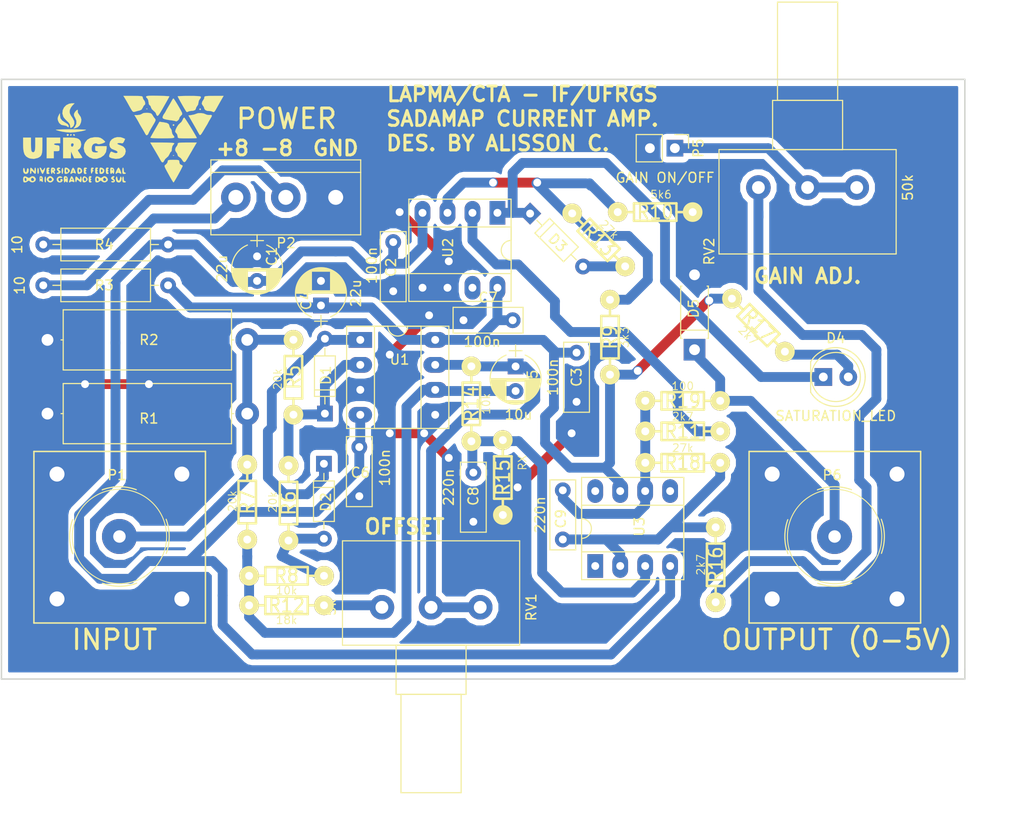
<source format=kicad_pcb>
(kicad_pcb (version 4) (host pcbnew 4.0.7-e2-6376~58~ubuntu14.04.1)
  (title_block (title "SADAMAP Current Sensor") (date 2018-02-26) (rev 1) (company "CTA/LAPMA - IF/UFRGS") (comment 1 "All resistors are 1/4W, except R1 and R2.") (comment 2 "There's a saturation indicator for output higher than 5V") (comment 3 "The gain adjust must be set for a range in 0 to 5V output voltage") (comment 4 "Designed by Alisson Claudino"))
  (layers (0 F.Cu signal) (31 B.Cu signal) (34 B.Paste user) (35 F.Paste user) (36 B.SilkS user) (37 F.SilkS user) (38 B.Mask user) (39 F.Mask user) (44 Edge.Cuts user))
  (net 0 "")
  (net 1 GND)
  (net 2 -8V)
  (net 3 +8V)
  (net 4 I_RECTF)
  (net 5 "Net-(C5-Pad2)")
  (net 6 "Net-(C8-Pad1)")
  (net 7 I_RECTF_AMP)
  (net 8 "Net-(C9-Pad2)")
  (net 9 "Net-(D1-Pad1)")
  (net 10 "Net-(D1-Pad2)")
  (net 11 "Net-(D2-Pad2)")
  (net 12 "Net-(D3-Pad1)")
  (net 13 "Net-(D3-Pad2)")
  (net 14 "Net-(D4-Pad2)")
  (net 15 "Net-(D5-Pad1)")
  (net 16 V1_I)
  (net 17 "Net-(P2-Pad2)")
  (net 18 "Net-(P2-Pad3)")
  (net 19 "Net-(P5-Pad1)")
  (net 20 "Net-(R10-Pad1)")
  (net 21 "Net-(R11-Pad1)")
  (net 22 "Net-(R12-Pad1)")
  (net 23 "Net-(R16-Pad2)")
  (module Resistors_THT:R_Axial_DIN0309_L9.0mm_D3.2mm_P12.70mm_Horizontal (layer F.Cu) (at 83.95 60.3 180)
    (fp_text reference R4 (at 6.5 0 180) (layer F.SilkS))
    (fp_text value 10 (at 15.35 0 270) (layer F.SilkS))
    (pad 1 thru_hole circle (at 0 0 180) (size 1.6 1.6) (drill 0.8) (layers *.Mask B.Cu) (net 2 -8V))
    (pad 2 thru_hole oval (at 12.7 0 180) (size 1.6 1.6) (drill 0.8) (layers *.Mask B.Cu) (net 17 "Net-(P2-Pad2)"))
  )
  (module Capacitors_THT:CP_Radial_D5.0mm_P2.50mm (layer F.Cu) (at 93 61.5 270)
    (fp_text reference C1 (at 0 -1.5 270) (layer F.SilkS))
    (fp_text value 22u (at 1.25 3.56 270) (layer F.SilkS))
    (pad 1 thru_hole rect (at 0 0 270) (size 1.6 1.6) (drill 0.8) (layers *.Mask B.Cu) (net 1 GND))
    (pad 2 thru_hole circle (at 2.5 0 270) (size 1.6 1.6) (drill 0.8) (layers *.Mask B.Cu) (net 2 -8V))
  )
  (module Capacitors_THT:C_Rect_L7.0mm_W2.5mm_P5.00mm (layer F.Cu) (at 106.85 65.05 90)
    (fp_text reference C2 (at 2.425 -0.225 90) (layer F.SilkS))
    (fp_text value 100n (at 2.625 -2.175 90) (layer F.SilkS))
    (pad 1 thru_hole circle (at 0 0 90) (size 1.6 1.6) (drill 0.8) (layers *.Mask B.Cu) (net 1 GND))
    (pad 2 thru_hole circle (at 5 0 90) (size 1.6 1.6) (drill 0.8) (layers *.Mask B.Cu) (net 2 -8V))
  )
  (module Capacitors_THT:C_Rect_L7.0mm_W2.5mm_P5.00mm (layer F.Cu) (at 125.5 76.3 90)
    (fp_text reference C3 (at 2.5 0 90) (layer F.SilkS))
    (fp_text value 100n (at 2.5 -2.4 90) (layer F.SilkS))
    (pad 1 thru_hole circle (at 0 0 90) (size 1.6 1.6) (drill 0.8) (layers *.Mask B.Cu) (net 1 GND))
    (pad 2 thru_hole circle (at 5 0 90) (size 1.6 1.6) (drill 0.8) (layers *.Mask B.Cu) (net 3 +8V))
  )
  (module Capacitors_THT:CP_Radial_D5.0mm_P2.50mm (layer F.Cu) (at 99.5 66.5 90)
    (fp_text reference C4 (at 0.5 -1.5 90) (layer F.SilkS))
    (fp_text value 22u (at 1.25 3.56 90) (layer F.SilkS))
    (pad 1 thru_hole rect (at 0 0 90) (size 1.6 1.6) (drill 0.8) (layers *.Mask B.Cu) (net 3 +8V))
    (pad 2 thru_hole circle (at 2.5 0 90) (size 1.6 1.6) (drill 0.8) (layers *.Mask B.Cu) (net 1 GND))
  )
  (module Capacitors_THT:CP_Radial_D5.0mm_P2.50mm (layer F.Cu) (at 119.3 72.7 270)
    (fp_text reference C5 (at 1.3 -1.725 270) (layer F.SilkS))
    (fp_text value 10u (at 4.9 -0.3 360) (layer F.SilkS))
    (pad 1 thru_hole rect (at 0 0 270) (size 1.6 1.6) (drill 0.8) (layers *.Mask B.Cu) (net 4 I_RECTF))
    (pad 2 thru_hole circle (at 2.5 0 270) (size 1.6 1.6) (drill 0.8) (layers *.Mask B.Cu) (net 5 "Net-(C5-Pad2)"))
  )
  (module Capacitors_THT:C_Rect_L7.0mm_W2.5mm_P5.00mm (layer F.Cu) (at 103.4 85.9 90)
    (fp_text reference C6 (at 2.4 0.1 180) (layer F.SilkS))
    (fp_text value 100n (at 2.9 2.6 90) (layer F.SilkS))
    (pad 1 thru_hole circle (at 0 0 90) (size 1.6 1.6) (drill 0.8) (layers *.Mask B.Cu) (net 1 GND))
    (pad 2 thru_hole circle (at 5 0 90) (size 1.6 1.6) (drill 0.8) (layers *.Mask B.Cu) (net 2 -8V))
  )
  (module Capacitors_THT:C_Rect_L7.0mm_W2.5mm_P5.00mm (layer F.Cu) (at 114 68)
    (fp_text reference C7 (at 2.5 -2.31) (layer F.SilkS))
    (fp_text value 100n (at 1.9 2.2) (layer F.SilkS))
    (pad 1 thru_hole circle (at 0 0) (size 1.6 1.6) (drill 0.8) (layers *.Mask B.Cu) (net 1 GND))
    (pad 2 thru_hole circle (at 5 0) (size 1.6 1.6) (drill 0.8) (layers *.Mask B.Cu) (net 3 +8V))
  )
  (module Capacitors_THT:C_Rect_L7.0mm_W2.5mm_P5.00mm (layer F.Cu) (at 115 83.5 270)
    (fp_text reference C8 (at 2.4 0 270) (layer F.SilkS))
    (fp_text value 220n (at 1.5 2.5 270) (layer F.SilkS))
    (pad 1 thru_hole circle (at 0 0 270) (size 1.6 1.6) (drill 0.8) (layers *.Mask B.Cu) (net 6 "Net-(C8-Pad1)"))
    (pad 2 thru_hole circle (at 5 0 270) (size 1.6 1.6) (drill 0.8) (layers *.Mask B.Cu) (net 1 GND))
  )
  (module Capacitors_THT:C_Rect_L7.0mm_W2.5mm_P5.00mm (layer F.Cu) (at 124.1 85.3 270)
    (fp_text reference C9 (at 2.9 0.2 270) (layer F.SilkS))
    (fp_text value 220n (at 2.5 2.31 270) (layer F.SilkS))
    (pad 1 thru_hole circle (at 0 0 270) (size 1.6 1.6) (drill 0.8) (layers *.Mask B.Cu) (net 7 I_RECTF_AMP))
    (pad 2 thru_hole circle (at 5 0 270) (size 1.6 1.6) (drill 0.8) (layers *.Mask B.Cu) (net 8 "Net-(C9-Pad2)"))
  )
  (module Diodes_THT:D_DO-35_SOD27_P7.62mm_Horizontal (layer F.Cu) (at 99.9 77.5 90)
    (fp_text reference D1 (at 3.9 0.1 90) (layer F.SilkS))
    (fp_text value 1n4148)
    (pad 1 thru_hole rect (at 0 0 90) (size 1.6 1.6) (drill 0.8) (layers *.Mask B.Cu) (net 9 "Net-(D1-Pad1)"))
    (pad 2 thru_hole oval (at 7.62 0 90) (size 1.6 1.6) (drill 0.8) (layers *.Mask B.Cu) (net 10 "Net-(D1-Pad2)"))
  )
  (module Diodes_THT:D_DO-35_SOD27_P7.62mm_Horizontal (layer F.Cu) (at 99.8 82.6 270)
    (fp_text reference D2 (at 3.9 -0.2 270) (layer F.SilkS))
    (fp_text value 1n4148)
    (pad 1 thru_hole rect (at 0 0 270) (size 1.6 1.6) (drill 0.8) (layers *.Mask B.Cu) (net 10 "Net-(D1-Pad2)"))
    (pad 2 thru_hole oval (at 7.62 0 270) (size 1.6 1.6) (drill 0.8) (layers *.Mask B.Cu) (net 11 "Net-(D2-Pad2)"))
  )
  (module Diodes_THT:D_DO-35_SOD27_P7.62mm_Horizontal (layer F.Cu) (at 120.775 57.15 315)
    (fp_text reference D3 (at 4.083542 0.123744 315) (layer F.SilkS))
    (fp_text value 1n4148)
    (pad 1 thru_hole rect (at 0 0 315) (size 1.6 1.6) (drill 0.8) (layers *.Mask B.Cu) (net 12 "Net-(D3-Pad1)"))
    (pad 2 thru_hole oval (at 7.62 0 315) (size 1.6 1.6) (drill 0.8) (layers *.Mask B.Cu) (net 13 "Net-(D3-Pad2)"))
  )
  (module LEDs:LED_D5.0mm (layer F.Cu) (at 150.6 73.775)
    (fp_text reference D4 (at 1.27 -3.96) (layer F.SilkS))
    (fp_text value SATURATION_LED (at 1.27 3.96 180) (layer F.SilkS))
    (pad 1 thru_hole rect (at 0 0) (size 1.8 1.8) (drill 0.9) (layers *.Mask B.Cu) (net 12 "Net-(D3-Pad1)"))
    (pad 2 thru_hole circle (at 2.54 0) (size 1.8 1.8) (drill 0.9) (layers *.Mask B.Cu) (net 14 "Net-(D4-Pad2)"))
  )
  (module Diodes_THT:D_DO-41_SOD81_P7.62mm_Horizontal (layer F.Cu) (at 137.5 71 90)
    (fp_text reference D5 (at 4.189608 -0.088388 90) (layer F.SilkS))
    (fp_text value 5V1)
    (pad 1 thru_hole rect (at 0 0 90) (size 2.2 2.2) (drill 1.1) (layers *.Mask B.Cu) (net 15 "Net-(D5-Pad1)"))
    (pad 2 thru_hole oval (at 7.62 0 90) (size 2.2 2.2) (drill 1.1) (layers *.Mask B.Cu) (net 1 GND))
  )
  (module Connectors:bnc-ci (layer F.Cu) (at 79 90)
    (fp_text reference P1 (at -0.25 -6.25) (layer F.SilkS))
    (fp_text value INPUT (at -0.5 10.5) (layer F.SilkS) (effects (font (size 2 2) (thickness 0.3))))
    (pad 2 thru_hole circle (at -6.35 -6.35) (size 3.81 3.81) (drill 1.524) (layers *.Mask B.Cu) (net 1 GND))
    (pad 1 thru_hole circle (at 0 0) (size 3.556 3.556) (drill 1.27) (layers *.Mask B.Cu) (net 16 V1_I))
    (pad 2 thru_hole circle (at 6.35 -6.35) (size 3.81 3.81) (drill 1.524) (layers *.Mask B.Cu) (net 1 GND))
    (pad 2 thru_hole circle (at -6.35 6.35) (size 3.81 3.81) (drill 1.524) (layers *.Mask B.Cu) (net 1 GND))
    (pad 2 thru_hole circle (at 6.35 6.35) (size 3.81 3.81) (drill 1.524) (layers *.Mask B.Cu) (net 1 GND))
  )
  (module Connectors:bornier3 (layer F.Cu) (at 101 55.5 180)
    (fp_text reference P2 (at 5.05 -4.65 180) (layer F.SilkS))
    (fp_text value POWER (at 5 8 180) (layer F.SilkS) (effects (font (size 2 2) (thickness 0.3))))
    (pad 1 thru_hole rect (at 0 0 180) (size 3 3) (drill 1.52) (layers *.Mask B.Cu) (net 1 GND))
    (pad 2 thru_hole circle (at 5.08 0 180) (size 3 3) (drill 1.52) (layers *.Mask B.Cu) (net 17 "Net-(P2-Pad2)"))
    (pad 3 thru_hole circle (at 10.16 0 180) (size 3 3) (drill 1.52) (layers *.Mask B.Cu) (net 18 "Net-(P2-Pad3)"))
  )
  (module Connectors:bnc-ci (layer F.Cu) (at 151.75 90)
    (fp_text reference P6 (at -0.25 -6.25) (layer F.SilkS))
    (fp_text value "OUTPUT (0-5V)" (at 0.25 10.5) (layer F.SilkS) (effects (font (size 2 2) (thickness 0.3))))
    (pad 2 thru_hole circle (at -6.35 -6.35) (size 3.81 3.81) (drill 1.524) (layers *.Mask B.Cu) (net 1 GND))
    (pad 1 thru_hole circle (at 0 0) (size 3.556 3.556) (drill 1.27) (layers *.Mask B.Cu) (net 15 "Net-(D5-Pad1)"))
    (pad 2 thru_hole circle (at 6.35 -6.35) (size 3.81 3.81) (drill 1.524) (layers *.Mask B.Cu) (net 1 GND))
    (pad 2 thru_hole circle (at -6.35 6.35) (size 3.81 3.81) (drill 1.524) (layers *.Mask B.Cu) (net 1 GND))
    (pad 2 thru_hole circle (at 6.35 6.35) (size 3.81 3.81) (drill 1.524) (layers *.Mask B.Cu) (net 1 GND))
  )
  (module Resistors_THT:R_Axial_DIN0617_L17.0mm_D6.0mm_P20.32mm_Horizontal (layer F.Cu) (at 92 77.5 180)
    (fp_text reference R1 (at 10 -0.5 180) (layer F.SilkS))
    (fp_text value 2R2)
    (pad 1 thru_hole circle (at 0 0 180) (size 2.4 2.4) (drill 1.2) (layers *.Mask B.Cu) (net 16 V1_I))
    (pad 2 thru_hole oval (at 20.32 0 180) (size 2.4 2.4) (drill 1.2) (layers *.Mask B.Cu) (net 1 GND))
  )
  (module Resistors_THT:R_Axial_DIN0617_L17.0mm_D6.0mm_P20.32mm_Horizontal (layer F.Cu) (at 92 70 180)
    (fp_text reference R2 (at 10 0 180) (layer F.SilkS))
    (fp_text value 2R2)
    (pad 1 thru_hole circle (at 0 0 180) (size 2.4 2.4) (drill 1.2) (layers *.Mask B.Cu) (net 16 V1_I))
    (pad 2 thru_hole oval (at 20.32 0 180) (size 2.4 2.4) (drill 1.2) (layers *.Mask B.Cu) (net 1 GND))
  )
  (module Resistors_THT:R_Axial_DIN0309_L9.0mm_D3.2mm_P12.70mm_Horizontal (layer F.Cu) (at 83.95 64.45 180)
    (fp_text reference R3 (at 6.5 0 180) (layer F.SilkS))
    (fp_text value 10 (at 15.1 0 270) (layer F.SilkS))
    (pad 1 thru_hole circle (at 0 0 180) (size 1.6 1.6) (drill 0.8) (layers *.Mask B.Cu) (net 3 +8V))
    (pad 2 thru_hole oval (at 12.7 0 180) (size 1.6 1.6) (drill 0.8) (layers *.Mask B.Cu) (net 18 "Net-(P2-Pad3)"))
  )
  (module w_pth_resistors:RC03 (layer F.Cu) (at 96.7 73.8 90)
    (fp_text reference R5 (at 0 0 90) (layer F.SilkS) (effects (font (size 1.397 1.27) (thickness 0.2032))))
    (fp_text value 20k (at -0.2 -1.6 90) (layer F.SilkS) (effects (font (size 0.8 0.8) (thickness 0.1))))
    (pad 1 thru_hole circle (at -3.81 0 90) (size 1.99898 1.99898) (drill 0.8001) (layers *.Mask B.Cu F.SilkS) (net 9 "Net-(D1-Pad1)"))
    (pad 2 thru_hole circle (at 3.81 0 90) (size 1.99898 1.99898) (drill 0.8001) (layers *.Mask B.Cu F.SilkS) (net 16 V1_I))
  )
  (module w_pth_resistors:RC03 (layer F.Cu) (at 96.2 86.6 90)
    (fp_text reference R6 (at 0 0 90) (layer F.SilkS) (effects (font (size 1.397 1.27) (thickness 0.2032))))
    (fp_text value 20k (at 0.1 -1.6 90) (layer F.SilkS) (effects (font (size 0.8 0.8) (thickness 0.1))))
    (pad 1 thru_hole circle (at -3.81 0 90) (size 1.99898 1.99898) (drill 0.8001) (layers *.Mask B.Cu F.SilkS) (net 11 "Net-(D2-Pad2)"))
    (pad 2 thru_hole circle (at 3.81 0 90) (size 1.99898 1.99898) (drill 0.8001) (layers *.Mask B.Cu F.SilkS) (net 9 "Net-(D1-Pad1)"))
  )
  (module w_pth_resistors:RC03 (layer F.Cu) (at 92 86.5 90)
    (fp_text reference R7 (at 0 0 90) (layer F.SilkS) (effects (font (size 1.397 1.27) (thickness 0.2032))))
    (fp_text value 20k (at 0.1 -1.5 90) (layer F.SilkS) (effects (font (size 0.8 0.8) (thickness 0.1))))
    (pad 1 thru_hole circle (at -3.81 0 90) (size 1.99898 1.99898) (drill 0.8001) (layers *.Mask B.Cu F.SilkS) (net 5 "Net-(C5-Pad2)"))
    (pad 2 thru_hole circle (at 3.81 0 90) (size 1.99898 1.99898) (drill 0.8001) (layers *.Mask B.Cu F.SilkS) (net 16 V1_I))
  )
  (module w_pth_resistors:RC03 (layer F.Cu) (at 96 94)
    (fp_text reference R8 (at 0 0) (layer F.SilkS) (effects (font (size 1.397 1.27) (thickness 0.2032))))
    (fp_text value 10k (at 0 1.5) (layer F.SilkS) (effects (font (size 0.8 0.8) (thickness 0.1))))
    (pad 1 thru_hole circle (at -3.81 0) (size 1.99898 1.99898) (drill 0.8001) (layers *.Mask B.Cu F.SilkS) (net 5 "Net-(C5-Pad2)"))
    (pad 2 thru_hole circle (at 3.81 0) (size 1.99898 1.99898) (drill 0.8001) (layers *.Mask B.Cu F.SilkS) (net 11 "Net-(D2-Pad2)"))
  )
  (module w_pth_resistors:RC03 (layer F.Cu) (at 128.9 69.725 90)
    (fp_text reference R9 (at 0 0 90) (layer F.SilkS) (effects (font (size 1.397 1.27) (thickness 0.2032))))
    (fp_text value 3k3 (at 0 1.5 90) (layer F.SilkS) (effects (font (size 0.8 0.8) (thickness 0.1))))
    (pad 1 thru_hole circle (at -3.81 0 90) (size 1.99898 1.99898) (drill 0.8001) (layers *.Mask B.Cu F.SilkS) (net 3 +8V))
    (pad 2 thru_hole circle (at 3.81 0 90) (size 1.99898 1.99898) (drill 0.8001) (layers *.Mask B.Cu F.SilkS) (net 20 "Net-(R10-Pad1)"))
  )
  (module w_pth_resistors:RC03 (layer F.Cu) (at 133.5 57)
    (fp_text reference R10 (at 0 0) (layer F.SilkS) (effects (font (size 1.397 1.27) (thickness 0.2032))))
    (fp_text value 5k6 (at 0.583363 -1.785445) (layer F.SilkS) (effects (font (size 0.8 0.8) (thickness 0.1))))
    (pad 1 thru_hole circle (at -3.81 0) (size 1.99898 1.99898) (drill 0.8001) (layers *.Mask B.Cu F.SilkS) (net 20 "Net-(R10-Pad1)"))
    (pad 2 thru_hole circle (at 3.81 0) (size 1.99898 1.99898) (drill 0.8001) (layers *.Mask B.Cu F.SilkS) (net 1 GND))
  )
  (module w_pth_resistors:RC03 (layer F.Cu) (at 136.3 79.3 180)
    (fp_text reference R11 (at 0 0 180) (layer F.SilkS) (effects (font (size 1.397 1.27) (thickness 0.2032))))
    (fp_text value 2k7 (at 0 1.5 180) (layer F.SilkS) (effects (font (size 0.8 0.8) (thickness 0.1))))
    (pad 1 thru_hole circle (at -3.81 0 180) (size 1.99898 1.99898) (drill 0.8001) (layers *.Mask B.Cu F.SilkS) (net 21 "Net-(R11-Pad1)"))
    (pad 2 thru_hole circle (at 3.81 0 180) (size 1.99898 1.99898) (drill 0.8001) (layers *.Mask B.Cu F.SilkS) (net 7 I_RECTF_AMP))
  )
  (module w_pth_resistors:RC03 (layer F.Cu) (at 96 97 180)
    (fp_text reference R12 (at 0 0 180) (layer F.SilkS) (effects (font (size 1.397 1.27) (thickness 0.2032))))
    (fp_text value 18k (at 0 -1.5 180) (layer F.SilkS) (effects (font (size 0.8 0.8) (thickness 0.1))))
    (pad 1 thru_hole circle (at -3.81 0 180) (size 1.99898 1.99898) (drill 0.8001) (layers *.Mask B.Cu F.SilkS) (net 22 "Net-(R12-Pad1)"))
    (pad 2 thru_hole circle (at 3.81 0 180) (size 1.99898 1.99898) (drill 0.8001) (layers *.Mask B.Cu F.SilkS) (net 5 "Net-(C5-Pad2)"))
  )
  (module w_pth_resistors:RC03 (layer F.Cu) (at 127.75 59.825 135)
    (fp_text reference R13 (at 0 0 135) (layer F.SilkS) (effects (font (size 1.397 1.27) (thickness 0.2032))))
    (fp_text value 27k (at 0 1.5 135) (layer F.SilkS) (effects (font (size 0.8 0.8) (thickness 0.1))))
    (pad 1 thru_hole circle (at -3.81 0 135) (size 1.99898 1.99898) (drill 0.8001) (layers *.Mask B.Cu F.SilkS) (net 13 "Net-(D3-Pad2)"))
    (pad 2 thru_hole circle (at 3.81 0 135) (size 1.99898 1.99898) (drill 0.8001) (layers *.Mask B.Cu F.SilkS) (net 20 "Net-(R10-Pad1)"))
  )
  (module w_pth_resistors:RC03 (layer F.Cu) (at 114.8 76.5 90)
    (fp_text reference R14 (at 0 0 90) (layer F.SilkS) (effects (font (size 1.397 1.27) (thickness 0.2032))))
    (fp_text value 10k (at 0 1.5 90) (layer F.SilkS) (effects (font (size 0.8 0.8) (thickness 0.1))))
    (pad 1 thru_hole circle (at -3.81 0 90) (size 1.99898 1.99898) (drill 0.8001) (layers *.Mask B.Cu F.SilkS) (net 6 "Net-(C8-Pad1)"))
    (pad 2 thru_hole circle (at 3.81 0 90) (size 1.99898 1.99898) (drill 0.8001) (layers *.Mask B.Cu F.SilkS) (net 4 I_RECTF))
  )
  (module w_pth_resistors:RC03 (layer F.Cu) (at 118 84 270)
    (fp_text reference R15 (at 0 0 270) (layer F.SilkS) (effects (font (size 1.397 1.27) (thickness 0.2032))))
    (fp_text value RX (at -1.5 -2 270) (layer F.SilkS) (effects (font (size 0.8 0.8) (thickness 0.1))))
    (pad 1 thru_hole circle (at -3.81 0 270) (size 1.99898 1.99898) (drill 0.8001) (layers *.Mask B.Cu F.SilkS) (net 6 "Net-(C8-Pad1)"))
    (pad 2 thru_hole circle (at 3.81 0 270) (size 1.99898 1.99898) (drill 0.8001) (layers *.Mask B.Cu F.SilkS) (net 1 GND))
  )
  (module w_pth_resistors:RC03 (layer F.Cu) (at 139.65 92.875 270)
    (fp_text reference R16 (at 0 0 270) (layer F.SilkS) (effects (font (size 1.397 1.27) (thickness 0.2032))))
    (fp_text value 2k7 (at 0 1.5 270) (layer F.SilkS) (effects (font (size 0.8 0.8) (thickness 0.1))))
    (pad 1 thru_hole circle (at -3.81 0 270) (size 1.99898 1.99898) (drill 0.8001) (layers *.Mask B.Cu F.SilkS) (net 8 "Net-(C9-Pad2)"))
    (pad 2 thru_hole circle (at 3.81 0 270) (size 1.99898 1.99898) (drill 0.8001) (layers *.Mask B.Cu F.SilkS) (net 23 "Net-(R16-Pad2)"))
  )
  (module w_pth_resistors:RC03 (layer F.Cu) (at 144 68.5 315)
    (fp_text reference R17 (at 0 0 315) (layer F.SilkS) (effects (font (size 1.397 1.27) (thickness 0.2032))))
    (fp_text value 2k7 (at 0 1.5 315) (layer F.SilkS) (effects (font (size 0.8 0.8) (thickness 0.1))))
    (pad 1 thru_hole circle (at -3.81 0 315) (size 1.99898 1.99898) (drill 0.8001) (layers *.Mask B.Cu F.SilkS) (net 3 +8V))
    (pad 2 thru_hole circle (at 3.81 0 315) (size 1.99898 1.99898) (drill 0.8001) (layers *.Mask B.Cu F.SilkS) (net 14 "Net-(D4-Pad2)"))
  )
  (module w_pth_resistors:RC03 (layer F.Cu) (at 136.3 82.5)
    (fp_text reference R18 (at 0 0) (layer F.SilkS) (effects (font (size 1.397 1.27) (thickness 0.2032))))
    (fp_text value 27k (at 0 -1.5) (layer F.SilkS) (effects (font (size 0.8 0.8) (thickness 0.1))))
    (pad 1 thru_hole circle (at -3.81 0) (size 1.99898 1.99898) (drill 0.8001) (layers *.Mask B.Cu F.SilkS) (net 7 I_RECTF_AMP))
    (pad 2 thru_hole circle (at 3.81 0) (size 1.99898 1.99898) (drill 0.8001) (layers *.Mask B.Cu F.SilkS) (net 8 "Net-(C9-Pad2)"))
  )
  (module w_pth_resistors:RC03 (layer F.Cu) (at 136.3 76.2 180)
    (fp_text reference R19 (at 0 0 180) (layer F.SilkS) (effects (font (size 1.397 1.27) (thickness 0.2032))))
    (fp_text value 100 (at 0 1.5 180) (layer F.SilkS) (effects (font (size 0.8 0.8) (thickness 0.1))))
    (pad 1 thru_hole circle (at -3.81 0 180) (size 1.99898 1.99898) (drill 0.8001) (layers *.Mask B.Cu F.SilkS) (net 15 "Net-(D5-Pad1)"))
    (pad 2 thru_hole circle (at 3.81 0 180) (size 1.99898 1.99898) (drill 0.8001) (layers *.Mask B.Cu F.SilkS) (net 7 I_RECTF_AMP))
  )
  (module Potentiometers:Potentiometer_Alps_RK163_Single_Vertical (layer F.Cu) (at 105.7 97.2 270)
    (fp_text reference RV1 (at 0 -15.2 270) (layer F.SilkS))
    (fp_text value 5k (at 0 5.2 270) (layer F.SilkS))
    (pad 3 thru_hole circle (at 0 -10 270) (size 2.5 2.5) (drill 1.3) (layers *.Mask B.Cu) (net 4 I_RECTF))
    (pad 2 thru_hole circle (at 0 -5 270) (size 2.5 2.5) (drill 1.3) (layers *.Mask B.Cu) (net 4 I_RECTF))
    (pad 1 thru_hole circle (at 0 0 270) (size 2.5 2.5) (drill 1.3) (layers *.Mask B.Cu) (net 22 "Net-(R12-Pad1)"))
  )
  (module Potentiometers:Potentiometer_Alps_RK163_Single_Vertical (layer F.Cu) (at 154 54.5 90)
    (fp_text reference RV2 (at -6.5 -15 90) (layer F.SilkS))
    (fp_text value 50k (at 0 5.2 90) (layer F.SilkS))
    (pad 3 thru_hole circle (at 0 -10 90) (size 2.5 2.5) (drill 1.3) (layers *.Mask B.Cu) (net 23 "Net-(R16-Pad2)"))
    (pad 2 thru_hole circle (at 0 -5 90) (size 2.5 2.5) (drill 1.3) (layers *.Mask B.Cu) (net 19 "Net-(P5-Pad1)"))
    (pad 1 thru_hole circle (at 0 0 90) (size 2.5 2.5) (drill 1.3) (layers *.Mask B.Cu) (net 19 "Net-(P5-Pad1)"))
  )
  (module Housings_DIP:DIP-8_W7.62mm_Socket_LongPads (layer F.Cu) (at 103.5 70)
    (fp_text reference U1 (at 4 2) (layer F.SilkS))
    (fp_text value TL062)
    (pad 1 thru_hole rect (at 0 0) (size 2.4 1.6) (drill 0.8) (layers *.Mask B.Cu) (net 10 "Net-(D1-Pad2)"))
    (pad 5 thru_hole oval (at 7.62 7.62) (size 2.4 1.6) (drill 0.8) (layers *.Mask B.Cu) (net 1 GND))
    (pad 2 thru_hole oval (at 0 2.54) (size 2.4 1.6) (drill 0.8) (layers *.Mask B.Cu) (net 9 "Net-(D1-Pad1)"))
    (pad 6 thru_hole oval (at 7.62 5.08) (size 2.4 1.6) (drill 0.8) (layers *.Mask B.Cu) (net 5 "Net-(C5-Pad2)"))
    (pad 3 thru_hole oval (at 0 5.08) (size 2.4 1.6) (drill 0.8) (layers *.Mask B.Cu) (net 1 GND))
    (pad 7 thru_hole oval (at 7.62 2.54) (size 2.4 1.6) (drill 0.8) (layers *.Mask B.Cu) (net 4 I_RECTF))
    (pad 4 thru_hole oval (at 0 7.62) (size 2.4 1.6) (drill 0.8) (layers *.Mask B.Cu) (net 2 -8V))
    (pad 8 thru_hole oval (at 7.62 0) (size 2.4 1.6) (drill 0.8) (layers *.Mask B.Cu) (net 3 +8V))
  )
  (module Housings_DIP:DIP-8_W7.62mm_Socket_LongPads (layer F.Cu) (at 117.45 57.075 270)
    (fp_text reference U2 (at 3.55 5.025 270) (layer F.SilkS))
    (fp_text value LM393)
    (pad 1 thru_hole rect (at 0 0 270) (size 2.4 1.6) (drill 0.8) (layers *.Mask B.Cu) (net 12 "Net-(D3-Pad1)"))
    (pad 5 thru_hole oval (at 7.62 7.62 270) (size 2.4 1.6) (drill 0.8) (layers *.Mask B.Cu) (net 1 GND))
    (pad 2 thru_hole oval (at 0 2.54 270) (size 2.4 1.6) (drill 0.8) (layers *.Mask B.Cu) (net 21 "Net-(R11-Pad1)"))
    (pad 6 thru_hole oval (at 7.62 5.08 270) (size 2.4 1.6) (drill 0.8) (layers *.Mask B.Cu) (net 1 GND))
    (pad 3 thru_hole oval (at 0 5.08 270) (size 2.4 1.6) (drill 0.8) (layers *.Mask B.Cu) (net 20 "Net-(R10-Pad1)"))
    (pad 7 thru_hole oval (at 7.62 2.54 270) (size 2.4 1.6) (drill 0.8) (layers *.Mask B.Cu))
    (pad 4 thru_hole oval (at 0 7.62 270) (size 2.4 1.6) (drill 0.8) (layers *.Mask B.Cu) (net 2 -8V))
    (pad 8 thru_hole oval (at 7.62 0 270) (size 2.4 1.6) (drill 0.8) (layers *.Mask B.Cu) (net 3 +8V))
  )
  (module Housings_DIP:DIP-8_W7.62mm_Socket_LongPads (layer F.Cu) (at 127.4 93 90)
    (fp_text reference U3 (at 4 4.5 90) (layer F.SilkS))
    (fp_text value OPA277)
    (pad 1 thru_hole rect (at 0 0 90) (size 2.4 1.6) (drill 0.8) (layers *.Mask B.Cu))
    (pad 5 thru_hole oval (at 7.62 7.62 90) (size 2.4 1.6) (drill 0.8) (layers *.Mask B.Cu))
    (pad 2 thru_hole oval (at 0 2.54 90) (size 2.4 1.6) (drill 0.8) (layers *.Mask B.Cu) (net 8 "Net-(C9-Pad2)"))
    (pad 6 thru_hole oval (at 7.62 5.08 90) (size 2.4 1.6) (drill 0.8) (layers *.Mask B.Cu) (net 7 I_RECTF_AMP))
    (pad 3 thru_hole oval (at 0 5.08 90) (size 2.4 1.6) (drill 0.8) (layers *.Mask B.Cu) (net 6 "Net-(C8-Pad1)"))
    (pad 7 thru_hole oval (at 7.62 2.54 90) (size 2.4 1.6) (drill 0.8) (layers *.Mask B.Cu) (net 3 +8V))
    (pad 4 thru_hole oval (at 0 7.62 90) (size 2.4 1.6) (drill 0.8) (layers *.Mask B.Cu) (net 2 -8V))
    (pad 8 thru_hole oval (at 7.62 0 90) (size 2.4 1.6) (drill 0.8) (layers *.Mask B.Cu))
  )
  (module Pin_Headers:Pin_Header_Straight_1x02_Pitch2.54mm (layer F.Cu) (at 135.5 50.5 270)
    (fp_text reference P5 (at 0 -2.39 270) (layer F.SilkS))
    (fp_text value "GAIN ON/OFF" (at 3 1 360) (layer F.SilkS))
    (pad 1 thru_hole rect (at 0 0 270) (size 1.7 1.7) (drill 1) (layers *.Mask B.Cu) (net 19 "Net-(P5-Pad1)"))
    (pad 2 thru_hole oval (at 0 2.54 270) (size 1.7 1.7) (drill 1) (layers *.Mask B.Cu) (net 1 GND))
  )
  (module Symbols:ufrgs (layer F.Cu) (at 74.5 50)
    (fp_text reference G*** hide)
    (fp_text value LOGO hide)
  )
  (module Symbols:cta (layer F.Cu) (at 84.5 49.5)
    (fp_text reference G*** hide)
    (fp_text value LOGO hide)
  )
  (gr_line (start 165 104.5) (end 165 103.5) (angle 90) (layer Edge.Cuts) (width 0.15))
  (gr_line (start 67 104.5) (end 165 104.5) (angle 90) (layer Edge.Cuts) (width 0.15))
  (gr_line (start 67 102) (end 67 104.5) (angle 90) (layer Edge.Cuts) (width 0.15))
  (gr_line (start 165 43.5) (end 67 43.5) (angle 90) (layer Edge.Cuts) (width 0.15))
  (gr_line (start 165 103.5) (end 165 43.5) (angle 90) (layer Edge.Cuts) (width 0.15))
  (gr_text "DES. BY ALISSON C." (at 117.5 50) (layer F.SilkS) (effects (font (size 1.5 1.5) (thickness 0.3))))
  (gr_text "SADAMAP CURRENT AMP." (at 120 47.5) (layer F.SilkS) (effects (font (size 1.5 1.5) (thickness 0.3))))
  (gr_text "LAPMA/CTA - IF/UFRGS" (at 120 45) (layer F.SilkS) (effects (font (size 1.5 1.5) (thickness 0.3))))
  (gr_text GND (at 101 50.5) (layer F.SilkS) (effects (font (size 1.5 1.5) (thickness 0.3))))
  (gr_text -8 (at 95 50.5) (layer F.SilkS) (effects (font (size 1.5 1.5) (thickness 0.3))))
  (gr_text +8 (at 90.5 50.5) (layer F.SilkS) (effects (font (size 1.5 1.5) (thickness 0.3))))
  (gr_text "GAIN ADJ." (at 149 63.5) (layer F.SilkS) (effects (font (size 1.5 1.5) (thickness 0.3))))
  (gr_text OFFSET (at 108 89) (layer F.SilkS) (effects (font (size 1.5 1.5) (thickness 0.3))))
  (gr_line (start 67 102) (end 67 43.5) (angle 90) (layer Edge.Cuts) (width 0.15))
  (via (at 110.5 67.5) (size 1) (drill 0.8) (layers F.Cu B.Cu) (net 1))
  (via (at 106.5 71.5) (size 1) (drill 0.8) (layers F.Cu B.Cu) (net 1))
  (segment (start 110.5 67.5) (end 106.5 71.5) (width 1) (layer F.Cu) (net 1))
  (via (at 119.5 85) (size 1) (drill 0.8) (layers F.Cu B.Cu) (net 1))
  (via (at 125 79.5) (size 1) (drill 0.8) (layers F.Cu B.Cu) (net 1))
  (segment (start 119.5 85) (end 125 79.5) (width 1) (layer F.Cu) (net 1))
  (via (at 112.5 62) (size 1) (drill 0.8) (layers F.Cu B.Cu) (net 1))
  (via (at 107.5 57) (size 1) (drill 0.8) (layers F.Cu B.Cu) (net 1))
  (segment (start 112.5 62) (end 107.5 57) (width 1) (layer F.Cu) (net 1))
  (via (at 82 74.5) (size 1) (drill 0.8) (layers F.Cu B.Cu) (net 1))
  (via (at 75.5 74.5) (size 1) (drill 0.8) (layers F.Cu B.Cu) (net 1))
  (segment (start 82 74.5) (end 75.5 74.5) (width 1) (layer F.Cu) (net 1))
  (segment (start 110 79.5) (end 112.5 82) (width 1) (layer F.Cu) (net 1))
  (via (at 112.5 82) (size 1) (drill 0.8) (layers F.Cu B.Cu) (net 1))
  (segment (start 111.12 77.62) (end 110 78.74) (width 1) (layer B.Cu) (net 1))
  (via (at 106.5 79.5) (size 1) (drill 0.8) (layers F.Cu B.Cu) (net 1))
  (segment (start 110 79.5) (end 106.5 79.5) (width 1) (layer F.Cu) (net 1))
  (via (at 110 79.5) (size 1) (drill 0.8) (layers F.Cu B.Cu) (net 1))
  (segment (start 110 78.74) (end 110 79.5) (width 1) (layer B.Cu) (net 1))
  (segment (start 86 92.5) (end 88.5 92.5) (width 1) (layer B.Cu) (net 2))
  (segment (start 92.5 102) (end 89.5 99) (width 1) (layer B.Cu) (net 2))
  (segment (start 92.5 102) (end 93 102) (width 1) (layer B.Cu) (net 2))
  (segment (start 89.5 96) (end 89.5 99) (width 1) (layer B.Cu) (net 2))
  (segment (start 89.5 93.5) (end 89.5 96) (width 1) (layer B.Cu) (net 2))
  (segment (start 88.5 92.5) (end 89.5 93.5) (width 1) (layer B.Cu) (net 2))
  (segment (start 135.02 93) (end 135.02 95.98) (width 1) (layer B.Cu) (net 2))
  (segment (start 135.02 95.98) (end 129 102) (width 1) (layer B.Cu) (net 2))
  (segment (start 129 102) (end 93 102) (width 1) (layer B.Cu) (net 2))
  (segment (start 101 61) (end 102.5 61) (width 1) (layer B.Cu) (net 2))
  (segment (start 94.5 64) (end 97.5 61) (width 1) (layer B.Cu) (net 2))
  (segment (start 97.5 61) (end 101 61) (width 1) (layer B.Cu) (net 2))
  (segment (start 93 64) (end 94.5 64) (width 1) (layer B.Cu) (net 2))
  (segment (start 104.275 62.775) (end 105.6 62.775) (width 1) (layer B.Cu) (net 2))
  (segment (start 102.5 61) (end 104.275 62.775) (width 1) (layer B.Cu) (net 2))
  (segment (start 92 64.1) (end 92.9 64.1) (width 1) (layer B.Cu) (net 2))
  (segment (start 92.9 64.1) (end 93 64) (width 1) (layer B.Cu) (net 2))
  (segment (start 78.6 65.875) (end 78.6 63.975) (width 1) (layer B.Cu) (net 2))
  (segment (start 82.275 60.3) (end 83.95 60.3) (width 1) (layer B.Cu) (net 2))
  (segment (start 78.6 63.975) (end 82.275 60.3) (width 1) (layer B.Cu) (net 2))
  (segment (start 90.575 64.1) (end 92 64.1) (width 1) (layer B.Cu) (net 2))
  (segment (start 92 64.1) (end 91.65 64.1) (width 1) (layer B.Cu) (net 2))
  (segment (start 83.95 60.3) (end 86.775 60.3) (width 1) (layer B.Cu) (net 2))
  (segment (start 86.775 60.3) (end 90.575 64.1) (width 1) (layer B.Cu) (net 2))
  (segment (start 90.575 64.1) (end 90.475 64) (width 1) (layer B.Cu) (net 2))
  (segment (start 105.6 62.775) (end 106.85 61.525) (width 1) (layer B.Cu) (net 2))
  (segment (start 106.85 61.525) (end 106.85 60.05) (width 1) (layer B.Cu) (net 2))
  (segment (start 109.83 59.07) (end 109.83 57.075) (width 1) (layer B.Cu) (net 2))
  (segment (start 109.83 60.495) (end 109.83 59.07) (width 1) (layer B.Cu) (net 2))
  (segment (start 108.075 62.25) (end 109.83 60.495) (width 1) (layer B.Cu) (net 2))
  (segment (start 106.125 62.25) (end 108.075 62.25) (width 1) (layer B.Cu) (net 2))
  (segment (start 105.6 62.775) (end 106.125 62.25) (width 1) (layer B.Cu) (net 2))
  (segment (start 78.6 65.65) (end 78.6 65.875) (width 1) (layer B.Cu) (net 2))
  (segment (start 78.6 65.875) (end 78.6 70.3) (width 1) (layer B.Cu) (net 2))
  (segment (start 86.1 92.5) (end 86 92.5) (width 1) (layer B.Cu) (net 2))
  (segment (start 86 92.5) (end 81.9 92.5) (width 1) (layer B.Cu) (net 2))
  (segment (start 81.9 92.5) (end 80.1 94.3) (width 1) (layer B.Cu) (net 2))
  (segment (start 80.1 94.3) (end 77 94.3) (width 1) (layer B.Cu) (net 2))
  (segment (start 77 94.3) (end 74.9 92.2) (width 1) (layer B.Cu) (net 2))
  (segment (start 74.9 92.2) (end 74.9 87.8) (width 1) (layer B.Cu) (net 2))
  (segment (start 74.9 87.8) (end 78.6 84.1) (width 1) (layer B.Cu) (net 2))
  (segment (start 78.6 84.1) (end 78.6 70.3) (width 1) (layer B.Cu) (net 2))
  (segment (start 103.4 80.9) (end 103.4 83.1) (width 1) (layer B.Cu) (net 2))
  (segment (start 103.4 83.1) (end 99 87.5) (width 1) (layer B.Cu) (net 2))
  (segment (start 99 87.5) (end 91.1 87.5) (width 1) (layer B.Cu) (net 2))
  (segment (start 91.1 87.5) (end 86.1 92.5) (width 1) (layer B.Cu) (net 2))
  (segment (start 103.5 77.62) (end 104.08 77.62) (width 1) (layer B.Cu) (net 2))
  (segment (start 103.5 81.3) (end 103.5 77.62) (width 1) (layer B.Cu) (net 2))
  (segment (start 111.12 70) (end 107.9 70) (width 1) (layer B.Cu) (net 3))
  (segment (start 107.9 70) (end 104.6 66.7) (width 1) (layer B.Cu) (net 3))
  (segment (start 104.6 66.7) (end 99.7 66.7) (width 1) (layer B.Cu) (net 3))
  (segment (start 99.7 66.7) (end 99.5 66.5) (width 1) (layer B.Cu) (net 3))
  (segment (start 119 68) (end 117.475 68) (width 1) (layer B.Cu) (net 3))
  (segment (start 117.475 68) (end 117.45 67.975) (width 1) (layer B.Cu) (net 3))
  (segment (start 139 66) (end 139.194077 65.805923) (width 1) (layer B.Cu) (net 3))
  (segment (start 131.34 73.535) (end 131.725 73.15) (width 1) (layer B.Cu) (net 3))
  (via (at 131.725 73.15) (size 1) (drill 0.8) (layers F.Cu B.Cu) (net 3))
  (segment (start 131.725 73.15) (end 138.925 66) (width 1) (layer F.Cu) (net 3))
  (segment (start 138.925 66) (end 139 66) (width 1) (layer F.Cu) (net 3))
  (via (at 139 66) (size 1) (drill 0.8) (layers F.Cu B.Cu) (net 3))
  (segment (start 128.9 73.535) (end 131.34 73.535) (width 1) (layer B.Cu) (net 3))
  (segment (start 139.194077 65.805923) (end 141.305923 65.805923) (width 1) (layer B.Cu) (net 3))
  (segment (start 128.9 73.535) (end 128.9 82.5) (width 1) (layer B.Cu) (net 3))
  (segment (start 128.9 82.5) (end 128.4 83) (width 1) (layer B.Cu) (net 3))
  (segment (start 117.45 64.695) (end 117.45 67.975) (width 1) (layer B.Cu) (net 3))
  (segment (start 117.45 67.975) (end 115.425 70) (width 1) (layer B.Cu) (net 3))
  (segment (start 125.5 71.3) (end 123.4 71.3) (width 1) (layer B.Cu) (net 3))
  (segment (start 123.4 71.3) (end 122.1 70) (width 1) (layer B.Cu) (net 3))
  (segment (start 83.95 64.45) (end 86.2 66.7) (width 1) (layer B.Cu) (net 3))
  (segment (start 90.2 66.7) (end 103.8 66.7) (width 1) (layer B.Cu) (net 3))
  (segment (start 103.8 66.7) (end 104.6 66.7) (width 1) (layer B.Cu) (net 3))
  (segment (start 104.6 66.7) (end 107.9 70) (width 1) (layer B.Cu) (net 3))
  (segment (start 86.2 66.7) (end 90.2 66.7) (width 1) (layer B.Cu) (net 3))
  (segment (start 123.2 71.1) (end 122.1 70) (width 1) (layer B.Cu) (net 3))
  (segment (start 122.1 70) (end 115.425 70) (width 1) (layer B.Cu) (net 3))
  (segment (start 115.425 70) (end 114.6 70) (width 1) (layer B.Cu) (net 3))
  (segment (start 129.94 85.38) (end 129.94 84.54) (width 1) (layer B.Cu) (net 3))
  (segment (start 129.94 84.54) (end 128.4 83) (width 1) (layer B.Cu) (net 3))
  (segment (start 128.4 83) (end 124.8 83) (width 1) (layer B.Cu) (net 3))
  (segment (start 124.8 83) (end 122.3 80.5) (width 1) (layer B.Cu) (net 3))
  (segment (start 122.3 80.5) (end 122.3 77.8) (width 1) (layer B.Cu) (net 3))
  (segment (start 122.3 77.8) (end 123.2 76.9) (width 1) (layer B.Cu) (net 3))
  (segment (start 123.2 76.9) (end 123.2 71.1) (width 1) (layer B.Cu) (net 3))
  (segment (start 111.12 70) (end 114.5 70) (width 1) (layer B.Cu) (net 3))
  (segment (start 110.7 97.2) (end 115.7 97.2) (width 1) (layer B.Cu) (net 4))
  (segment (start 119.3 72.7) (end 120.2 72.7) (width 1) (layer B.Cu) (net 4))
  (segment (start 110.7 81.3) (end 110.7 97.2) (width 1) (layer B.Cu) (net 4))
  (segment (start 114.4 77.6) (end 110.7 81.3) (width 1) (layer B.Cu) (net 4))
  (segment (start 119.8 77.6) (end 114.4 77.6) (width 1) (layer B.Cu) (net 4))
  (segment (start 121.3 76.1) (end 119.8 77.6) (width 1) (layer B.Cu) (net 4))
  (segment (start 121.3 73.8) (end 121.3 76.1) (width 1) (layer B.Cu) (net 4))
  (segment (start 120.2 72.7) (end 121.3 73.8) (width 1) (layer B.Cu) (net 4))
  (segment (start 119.3 72.7) (end 114.81 72.7) (width 1) (layer B.Cu) (net 4))
  (segment (start 114.81 72.7) (end 114.8 72.69) (width 1) (layer B.Cu) (net 4))
  (segment (start 114.8 72.69) (end 114.65 72.54) (width 1) (layer B.Cu) (net 4))
  (segment (start 114.65 72.54) (end 111.12 72.54) (width 1) (layer B.Cu) (net 4))
  (segment (start 92.19 97) (end 92.19 98.19) (width 1) (layer B.Cu) (net 5))
  (segment (start 92.19 98.19) (end 93.8 99.8) (width 1) (layer B.Cu) (net 5))
  (segment (start 92 92) (end 92 93.81) (width 1) (layer B.Cu) (net 5))
  (segment (start 92 93.81) (end 92.19 94) (width 1) (layer B.Cu) (net 5))
  (segment (start 119.3 75.2) (end 111.24 75.2) (width 1) (layer B.Cu) (net 5))
  (segment (start 108.2 76.8) (end 109.92 75.08) (width 1) (layer B.Cu) (net 5))
  (segment (start 93.8 99.8) (end 106.9 99.8) (width 1) (layer B.Cu) (net 5))
  (segment (start 106.9 99.8) (end 108.2 98.5) (width 1) (layer B.Cu) (net 5))
  (segment (start 108.2 98.5) (end 108.2 76.8) (width 1) (layer B.Cu) (net 5))
  (segment (start 109.92 75.08) (end 111.12 75.08) (width 1) (layer B.Cu) (net 5))
  (segment (start 111.24 75.2) (end 111.12 75.08) (width 1) (layer B.Cu) (net 5))
  (segment (start 109.92 75.08) (end 111.12 75.08) (width 1) (layer B.Cu) (net 5))
  (segment (start 92.19 97) (end 92.19 94) (width 1) (layer B.Cu) (net 5))
  (segment (start 92 92.19) (end 92 92) (width 1) (layer B.Cu) (net 5))
  (segment (start 92 92) (end 92 90.31) (width 1) (layer B.Cu) (net 5))
  (segment (start 123.6 95.3) (end 122 93.7) (width 1) (layer B.Cu) (net 6))
  (segment (start 123.6 95.3) (end 124 95.7) (width 1) (layer B.Cu) (net 6))
  (segment (start 124 95.7) (end 131.2 95.7) (width 1) (layer B.Cu) (net 6))
  (segment (start 131.2 95.7) (end 132.48 94.42) (width 1) (layer B.Cu) (net 6))
  (segment (start 132.48 93) (end 132.48 94.42) (width 1) (layer B.Cu) (net 6))
  (segment (start 122 82.7) (end 119.6 80.3) (width 1) (layer B.Cu) (net 6))
  (segment (start 122 93.7) (end 122 82.7) (width 1) (layer B.Cu) (net 6))
  (segment (start 117.49 80.3) (end 119.6 80.3) (width 1) (layer B.Cu) (net 6))
  (segment (start 114.9 83.6) (end 114.9 80.41) (width 1) (layer B.Cu) (net 6))
  (segment (start 114.9 80.41) (end 114.8 80.31) (width 1) (layer B.Cu) (net 6))
  (segment (start 114.8 80.31) (end 117.48 80.31) (width 1) (layer B.Cu) (net 6))
  (segment (start 117.48 80.31) (end 117.49 80.3) (width 1) (layer B.Cu) (net 6))
  (segment (start 132.49 76.2) (end 132.49 79.3) (width 1) (layer B.Cu) (net 7))
  (segment (start 124.1 85.3) (end 124.1 86.1) (width 1) (layer B.Cu) (net 7))
  (segment (start 124.1 86.1) (end 125.7 87.7) (width 1) (layer B.Cu) (net 7))
  (segment (start 125.7 87.7) (end 131.6 87.7) (width 1) (layer B.Cu) (net 7))
  (segment (start 131.6 87.7) (end 132.48 86.82) (width 1) (layer B.Cu) (net 7))
  (segment (start 132.48 86.82) (end 132.48 85.38) (width 1) (layer B.Cu) (net 7))
  (segment (start 132.49 82.5) (end 132.49 79.21) (width 1) (layer B.Cu) (net 7))
  (segment (start 132.49 79.21) (end 132.5 79.2) (width 1) (layer B.Cu) (net 7))
  (segment (start 132.49 82.5) (end 132.49 85.37) (width 1) (layer B.Cu) (net 7))
  (segment (start 132.49 85.37) (end 132.48 85.38) (width 1) (layer B.Cu) (net 7))
  (segment (start 133.8 90.3) (end 135.035 89.065) (width 1) (layer B.Cu) (net 8))
  (segment (start 135.035 89.065) (end 139.65 89.065) (width 1) (layer B.Cu) (net 8))
  (segment (start 140.11 82.5) (end 140.11 83.99) (width 1) (layer B.Cu) (net 8))
  (segment (start 133.8 90.3) (end 128.5 90.3) (width 1) (layer B.Cu) (net 8))
  (segment (start 140.11 83.99) (end 133.8 90.3) (width 1) (layer B.Cu) (net 8))
  (segment (start 124.1 90.3) (end 128.5 90.3) (width 1) (layer B.Cu) (net 8))
  (segment (start 129.94 91.74) (end 129.94 93) (width 1) (layer B.Cu) (net 8))
  (segment (start 128.5 90.3) (end 129.94 91.74) (width 1) (layer B.Cu) (net 8))
  (segment (start 96.2 82.79) (end 96.2 78.11) (width 1) (layer B.Cu) (net 9))
  (segment (start 96.2 78.11) (end 96.7 77.61) (width 1) (layer B.Cu) (net 9))
  (segment (start 99.9 77.5) (end 99.9 74.6) (width 1) (layer B.Cu) (net 9))
  (segment (start 101.96 72.54) (end 103.5 72.54) (width 1) (layer B.Cu) (net 9))
  (segment (start 99.9 74.6) (end 101.96 72.54) (width 1) (layer B.Cu) (net 9))
  (segment (start 96.7 77.61) (end 99.84 77.56) (width 1) (layer B.Cu) (net 9))
  (segment (start 99.84 77.56) (end 99.9 77.5) (width 1) (layer B.Cu) (net 9))
  (segment (start 99.8 82.6) (end 99.8 84) (width 1) (layer B.Cu) (net 10))
  (segment (start 94.5 75.28) (end 99.9 69.88) (width 1) (layer B.Cu) (net 10))
  (segment (start 94.5 78.9) (end 94.5 75.28) (width 1) (layer B.Cu) (net 10))
  (segment (start 94.1 79.3) (end 94.5 78.9) (width 1) (layer B.Cu) (net 10))
  (segment (start 94.1 84) (end 94.1 79.3) (width 1) (layer B.Cu) (net 10))
  (segment (start 95.8 85.7) (end 94.1 84) (width 1) (layer B.Cu) (net 10))
  (segment (start 98.1 85.7) (end 95.8 85.7) (width 1) (layer B.Cu) (net 10))
  (segment (start 99.8 84) (end 98.1 85.7) (width 1) (layer B.Cu) (net 10))
  (segment (start 99.9 69.88) (end 100.02 70) (width 1) (layer B.Cu) (net 10))
  (segment (start 100.02 70) (end 103.5 70) (width 1) (layer B.Cu) (net 10))
  (segment (start 99.9 90.22) (end 96.39 90.22) (width 1) (layer B.Cu) (net 11))
  (segment (start 96.39 90.22) (end 96.2 90.41) (width 1) (layer B.Cu) (net 11))
  (segment (start 96.2 90.41) (end 95.5 92) (width 1) (layer B.Cu) (net 11))
  (segment (start 95.5 92) (end 99.5 94) (width 1) (layer B.Cu) (net 11))
  (segment (start 99.5 94) (end 99.81 94) (width 1) (layer B.Cu) (net 11))
  (segment (start 136.5 66) (end 144.275 73.775) (width 1) (layer B.Cu) (net 12))
  (segment (start 128.5 52) (end 134.5 58) (width 1) (layer B.Cu) (net 12))
  (segment (start 134.5 58) (end 134.5 64) (width 1) (layer B.Cu) (net 12))
  (segment (start 134.5 64) (end 136.5 66) (width 1) (layer B.Cu) (net 12))
  (segment (start 119 57.075) (end 119 53) (width 1) (layer B.Cu) (net 12))
  (segment (start 119 53) (end 120 52) (width 1) (layer B.Cu) (net 12))
  (segment (start 120 52) (end 128.5 52) (width 1) (layer B.Cu) (net 12))
  (segment (start 144.275 73.775) (end 150.6 73.775) (width 1) (layer B.Cu) (net 12))
  (segment (start 117.45 57.075) (end 119 57.075) (width 1) (layer B.Cu) (net 12))
  (segment (start 119 57.075) (end 120.65 57.075) (width 1) (layer B.Cu) (net 12))
  (segment (start 130.444077 62.519077) (end 126.182231 62.519077) (width 1) (layer B.Cu) (net 13))
  (segment (start 126.182231 62.519077) (end 126.163154 62.538154) (width 1) (layer B.Cu) (net 13))
  (segment (start 146.694077 71.194077) (end 147 71.5) (width 1) (layer B.Cu) (net 14))
  (segment (start 147 71.5) (end 152 71.5) (width 1) (layer B.Cu) (net 14))
  (segment (start 152 71.5) (end 153.14 72.64) (width 1) (layer B.Cu) (net 14))
  (segment (start 153.14 72.64) (end 153.14 73.775) (width 1) (layer B.Cu) (net 14))
  (segment (start 138.5 72.4) (end 137.5 71.4) (width 1) (layer B.Cu) (net 15))
  (segment (start 137.5 71.4) (end 137.5 71) (width 1) (layer B.Cu) (net 15))
  (segment (start 140.11 76.2) (end 143.2 76.2) (width 1) (layer B.Cu) (net 15))
  (segment (start 151.75 84.75) (end 151.75 90) (width 1) (layer B.Cu) (net 15))
  (segment (start 143.2 76.2) (end 151.75 84.75) (width 1) (layer B.Cu) (net 15))
  (segment (start 138.525 72.425) (end 138.5 72.4) (width 1) (layer B.Cu) (net 15))
  (segment (start 138.5 72.4) (end 140.11 74.01) (width 1) (layer B.Cu) (net 15))
  (segment (start 140.11 74.01) (end 140.11 76.2) (width 1) (layer B.Cu) (net 15))
  (segment (start 96.7 69.99) (end 92.01 69.99) (width 1) (layer B.Cu) (net 16))
  (segment (start 92.01 69.99) (end 92 70) (width 1) (layer B.Cu) (net 16))
  (segment (start 89 87) (end 92 84) (width 1) (layer B.Cu) (net 16))
  (segment (start 86 90) (end 89 87) (width 1) (layer B.Cu) (net 16))
  (segment (start 79 90) (end 86 90) (width 1) (layer B.Cu) (net 16))
  (segment (start 92 84) (end 92 82.69) (width 1) (layer B.Cu) (net 16))
  (segment (start 92 77.5) (end 92 70) (width 1) (layer B.Cu) (net 16))
  (segment (start 92 82.69) (end 92 77.5) (width 1) (layer B.Cu) (net 16))
  (segment (start 96.64 70.05) (end 96.7 69.99) (width 1) (layer B.Cu) (net 16))
  (segment (start 71.25 60.3) (end 77.45 60.3) (width 1) (layer B.Cu) (net 17))
  (segment (start 93.17 52.75) (end 95.92 55.5) (width 1) (layer B.Cu) (net 17))
  (segment (start 89.5 52.75) (end 93.17 52.75) (width 1) (layer B.Cu) (net 17))
  (segment (start 86.5 55.75) (end 89.5 52.75) (width 1) (layer B.Cu) (net 17))
  (segment (start 82 55.75) (end 86.5 55.75) (width 1) (layer B.Cu) (net 17))
  (segment (start 77.45 60.3) (end 82 55.75) (width 1) (layer B.Cu) (net 17))
  (segment (start 82.5 57.65) (end 88.69 57.65) (width 1) (layer B.Cu) (net 18))
  (segment (start 88.69 57.65) (end 90.84 55.5) (width 1) (layer B.Cu) (net 18))
  (segment (start 71.25 64.45) (end 75.7 64.45) (width 1) (layer B.Cu) (net 18))
  (segment (start 75.7 64.45) (end 82.5 57.65) (width 1) (layer B.Cu) (net 18))
  (segment (start 82.5 57.65) (end 82.35 57.8) (width 1) (layer B.Cu) (net 18))
  (segment (start 135.5 50.5) (end 145 50.5) (width 1) (layer B.Cu) (net 19))
  (segment (start 145 50.5) (end 149 54.5) (width 1) (layer B.Cu) (net 19))
  (segment (start 149 54.5) (end 154 54.5) (width 1) (layer B.Cu) (net 19))
  (segment (start 112.37 57.075) (end 112.37 55.63) (width 1) (layer B.Cu) (net 20))
  (segment (start 121.5 54) (end 121.5 54.075) (width 1) (layer B.Cu) (net 20))
  (via (at 121.5 54) (size 1) (drill 0.8) (layers F.Cu B.Cu) (net 20))
  (segment (start 117 54) (end 121.5 54) (width 1) (layer F.Cu) (net 20))
  (via (at 117 54) (size 1) (drill 0.8) (layers F.Cu B.Cu) (net 20))
  (segment (start 114 54) (end 117 54) (width 1) (layer B.Cu) (net 20))
  (segment (start 112.37 55.63) (end 114 54) (width 1) (layer B.Cu) (net 20))
  (segment (start 125.055923 57.130923) (end 127.35 59.425) (width 1) (layer B.Cu) (net 20))
  (segment (start 130.71 65.915) (end 128.9 65.915) (width 1) (layer B.Cu) (net 20))
  (segment (start 132.75 63.875) (end 130.71 65.915) (width 1) (layer B.Cu) (net 20))
  (segment (start 132.75 61.4) (end 132.75 63.875) (width 1) (layer B.Cu) (net 20))
  (segment (start 130.775 59.425) (end 132.75 61.4) (width 1) (layer B.Cu) (net 20))
  (segment (start 127.35 59.425) (end 130.775 59.425) (width 1) (layer B.Cu) (net 20))
  (segment (start 129.730923 56.980923) (end 126.825 54.075) (width 1) (layer B.Cu) (net 20))
  (segment (start 126.825 54.2) (end 126.95 54.325) (width 1) (layer B.Cu) (net 20))
  (segment (start 126.825 54.075) (end 126.825 54.2) (width 1) (layer B.Cu) (net 20))
  (segment (start 126.45 54.075) (end 121.5 54.075) (width 1) (layer B.Cu) (net 20))
  (segment (start 121.5 54.075) (end 121.425 54.075) (width 1) (layer B.Cu) (net 20))
  (segment (start 124.480923 57.130923) (end 121.425 54.075) (width 1) (layer B.Cu) (net 20))
  (segment (start 125.055923 57.130923) (end 124.480923 57.130923) (width 1) (layer B.Cu) (net 20))
  (segment (start 112.37 55.78) (end 112.37 57.075) (width 1) (layer B.Cu) (net 20))
  (segment (start 114.91 57.075) (end 114.91 59.885) (width 1) (layer B.Cu) (net 21))
  (segment (start 130.375 69.2) (end 135.8 74.625) (width 1) (layer B.Cu) (net 21))
  (segment (start 124.9 69.2) (end 130.375 69.2) (width 1) (layer B.Cu) (net 21))
  (segment (start 123.3 67.6) (end 124.9 69.2) (width 1) (layer B.Cu) (net 21))
  (segment (start 123.3 66.075) (end 123.3 67.6) (width 1) (layer B.Cu) (net 21))
  (segment (start 119.55 62.325) (end 123.3 66.075) (width 1) (layer B.Cu) (net 21))
  (segment (start 117.35 62.325) (end 119.55 62.325) (width 1) (layer B.Cu) (net 21))
  (segment (start 114.91 59.885) (end 117.35 62.325) (width 1) (layer B.Cu) (net 21))
  (segment (start 137.65 79.3) (end 140.11 79.3) (width 1) (layer B.Cu) (net 21))
  (segment (start 135.8 77.45) (end 137.65 79.3) (width 1) (layer B.Cu) (net 21))
  (segment (start 135.8 74.55) (end 135.8 74.625) (width 1) (layer B.Cu) (net 21))
  (segment (start 135.8 74.625) (end 135.8 77.45) (width 1) (layer B.Cu) (net 21))
  (segment (start 99.81 97) (end 105.5 97) (width 1) (layer B.Cu) (net 22))
  (segment (start 105.5 97) (end 105.7 97.2) (width 1) (layer B.Cu) (net 22))
  (segment (start 144 57.5) (end 144 54.5) (width 1) (layer B.Cu) (net 23))
  (segment (start 144 57) (end 144 57.5) (width 1) (layer B.Cu) (net 23))
  (segment (start 144 57.5) (end 144 65) (width 1) (layer B.Cu) (net 23))
  (segment (start 156 76) (end 156 71.5) (width 1) (layer B.Cu) (net 23))
  (segment (start 154.25 77.75) (end 156 76) (width 1) (layer B.Cu) (net 23))
  (segment (start 154.25 84.25) (end 154.25 77.75) (width 1) (layer B.Cu) (net 23))
  (segment (start 155 85) (end 154.25 84.25) (width 1) (layer B.Cu) (net 23))
  (segment (start 155 91.5) (end 155 85) (width 1) (layer B.Cu) (net 23))
  (segment (start 152.5 94) (end 155 91.5) (width 1) (layer B.Cu) (net 23))
  (segment (start 150 94) (end 152.5 94) (width 1) (layer B.Cu) (net 23))
  (segment (start 148.5 92.5) (end 150 94) (width 1) (layer B.Cu) (net 23))
  (segment (start 143 92.5) (end 148.5 92.5) (width 1) (layer B.Cu) (net 23))
  (segment (start 143 92.5) (end 139.65 95.85) (width 1) (layer B.Cu) (net 23))
  (segment (start 156 71) (end 156 71.5) (width 1) (layer B.Cu) (net 23))
  (segment (start 154.5 69.5) (end 156 71) (width 1) (layer B.Cu) (net 23))
  (segment (start 148.5 69.5) (end 154.5 69.5) (width 1) (layer B.Cu) (net 23))
  (segment (start 144 65) (end 148.5 69.5) (width 1) (layer B.Cu) (net 23))
  (segment (start 139.65 96.685) (end 139.65 95.85) (width 1) (layer B.Cu) (net 23))
  (zone (net 1) (net_name GND) (layer B.Cu) (connect_pads yes (clearance 0.6)) (min_thickness 0.254) (fill yes (arc_segments 16) (thermal_gap 0.508) (thermal_bridge_width 0.508))
    (polygon (pts (xy 165 104.5) (xy 67 104.5) (xy 67 43.5) (xy 165 43.5)))
  )
)
</source>
